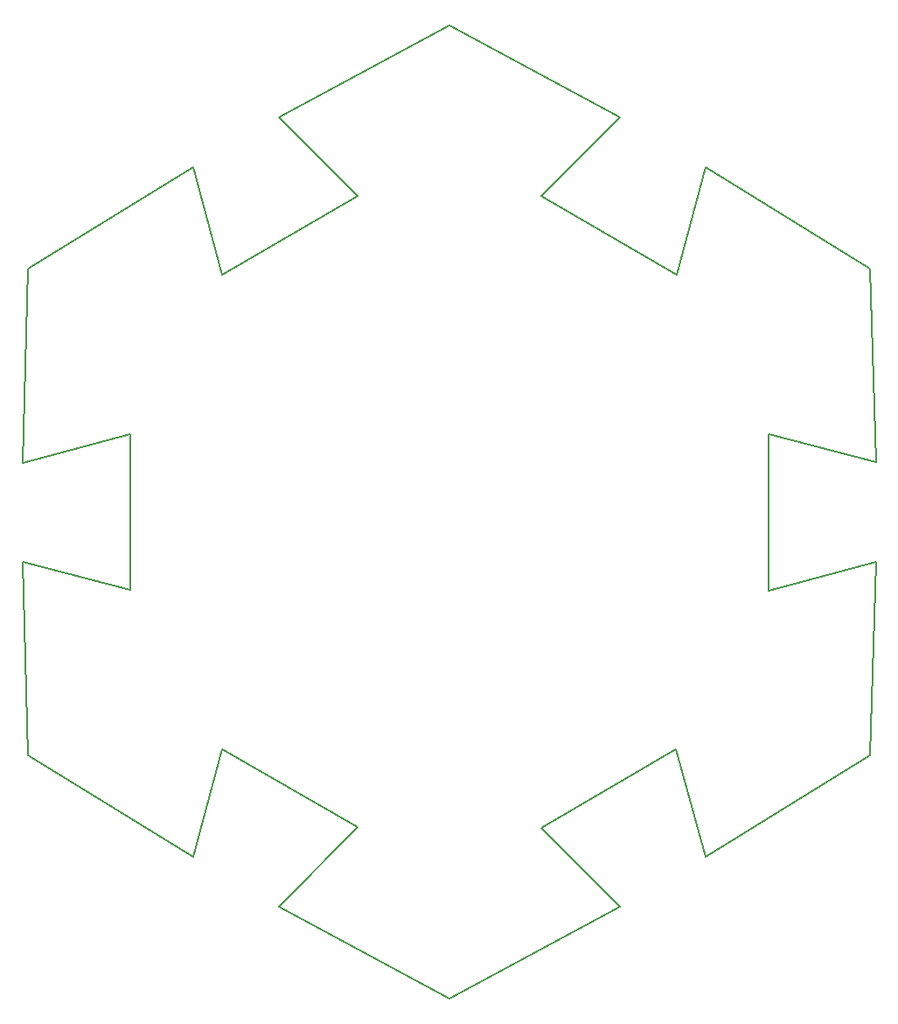
<source format=gbr>
G04 #@! TF.FileFunction,Profile,NP*
%FSLAX46Y46*%
G04 Gerber Fmt 4.6, Leading zero omitted, Abs format (unit mm)*
G04 Created by KiCad (PCBNEW (2016-11-12 revision b9c62b6)-makepkg) date 12/04/16 22:26:22*
%MOMM*%
%LPD*%
G01*
G04 APERTURE LIST*
%ADD10C,0.100000*%
%ADD11C,0.200000*%
G04 APERTURE END LIST*
D10*
D11*
X157886400Y-105435400D02*
X168313169Y-102646072D01*
X168313169Y-102646072D02*
X167757135Y-121389151D01*
X151803169Y-131242230D02*
X148963352Y-120794418D01*
X148961900Y-120797932D02*
X135890000Y-128422400D01*
X167757135Y-121389151D02*
X151803169Y-131242230D01*
X149021800Y-74879200D02*
X151809058Y-64464463D01*
X151809058Y-64464463D02*
X167763024Y-74317542D01*
X167763024Y-74317542D02*
X168319058Y-93060622D01*
X168319058Y-93060622D02*
X157909945Y-90271508D01*
X157909945Y-90271508D02*
X157886400Y-105435400D01*
X143505606Y-136028960D02*
X126995607Y-144918960D01*
X126995607Y-144918960D02*
X110485606Y-136028960D01*
X135890000Y-128422400D02*
X143505606Y-136028960D01*
X110485606Y-136028960D02*
X118113769Y-128345701D01*
X85671021Y-102645447D02*
X96139000Y-105410000D01*
X86227056Y-121388527D02*
X85671021Y-102645447D01*
X104970134Y-120832493D02*
X102181021Y-131241606D01*
X102181021Y-131241606D02*
X86227056Y-121388527D01*
X118110000Y-128346200D02*
X104970134Y-120832493D01*
X105029000Y-74930000D02*
X118110000Y-67310000D01*
X86232664Y-74327854D02*
X102186630Y-64474774D01*
X102186630Y-64474774D02*
X105029000Y-74930000D01*
X85676630Y-93070933D02*
X86232664Y-74327854D01*
X96085743Y-90281819D02*
X85676630Y-93070933D01*
X96139000Y-105410000D02*
X96085743Y-90281819D01*
X143510000Y-59690000D02*
X135890000Y-67310000D01*
X127000000Y-50800000D02*
X143510000Y-59690000D01*
X110490000Y-59690000D02*
X127000000Y-50800000D01*
X118110000Y-67310000D02*
X110490000Y-59690000D01*
X135890000Y-67310000D02*
X149021800Y-74879200D01*
M02*

</source>
